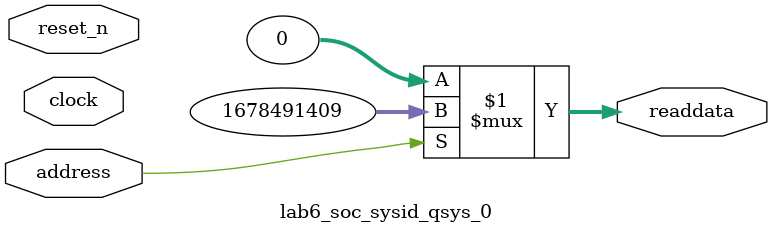
<source format=v>



// synthesis translate_off
`timescale 1ns / 1ps
// synthesis translate_on

// turn off superfluous verilog processor warnings 
// altera message_level Level1 
// altera message_off 10034 10035 10036 10037 10230 10240 10030 

module lab6_soc_sysid_qsys_0 (
               // inputs:
                address,
                clock,
                reset_n,

               // outputs:
                readdata
             )
;

  output  [ 31: 0] readdata;
  input            address;
  input            clock;
  input            reset_n;

  wire    [ 31: 0] readdata;
  //control_slave, which is an e_avalon_slave
  assign readdata = address ? 1678491409 : 0;

endmodule



</source>
